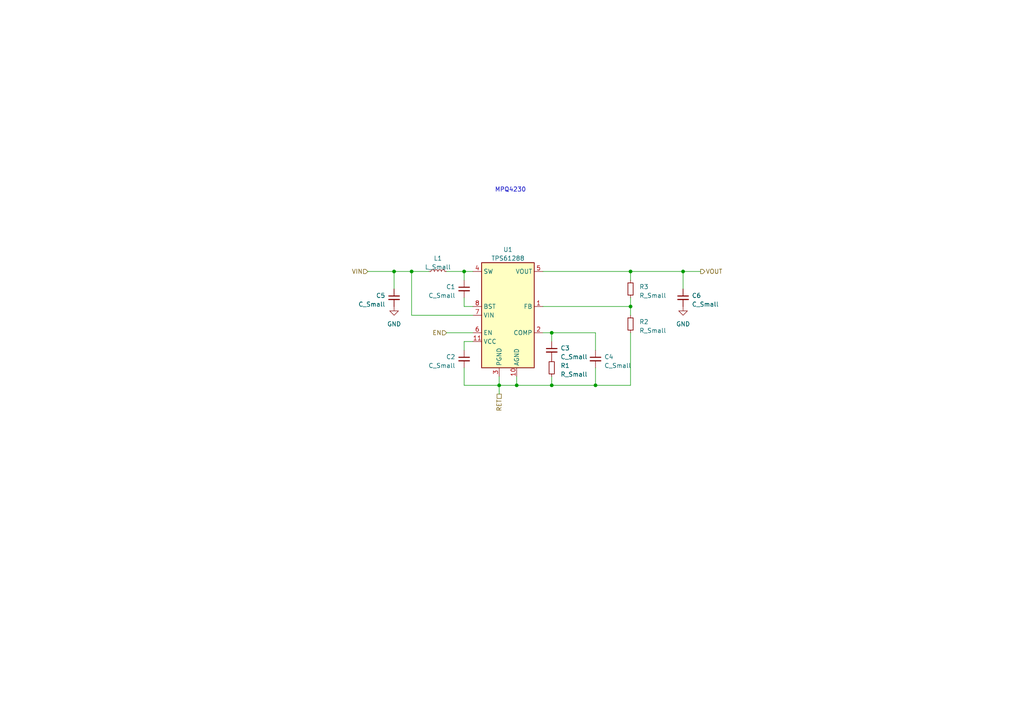
<source format=kicad_sch>
(kicad_sch (version 20230121) (generator eeschema)
  (paper "A4")
  (lib_symbols
    (symbol "Device:C_Small" (pin_numbers hide) (pin_names (offset 0.254) hide)
      (property "Reference" "C" (at 0.254 1.778 0))
      (property "Value" "C_Small" (at 0.254 -2.032 0))
      (symbol "C_Small_0_1"
        (polyline (pts (xy -1.524 -0.508) (xy 1.524 -0.508)) (stroke (width 0.3302)))
        (polyline (pts (xy -1.524 0.508) (xy 1.524 0.508)) (stroke (width 0.3048)))
      )
      (symbol "C_Small_1_1"
        (pin passive line (at 0 2.54 270) (length 2.032) (name "~") (number "1"))
        (pin passive line (at 0 -2.54 90) (length 2.032) (name "~") (number "2"))
      )
    )
    (symbol "Device:L_Small" (pin_numbers hide) (pin_names (offset 0.254) hide)
      (property "Reference" "L" (at 0.762 1.016 0))
      (property "Value" "L_Small" (at 0.762 -1.016 0))
      (symbol "L_Small_0_1"
        (arc (start 0 -2.032) (mid 0.5058 -1.524) (end 0 -1.016))
        (arc (start 0 -1.016) (mid 0.5058 -0.508) (end 0 0))
        (arc (start 0 0) (mid 0.5058 0.508) (end 0 1.016))
        (arc (start 0 1.016) (mid 0.5058 1.524) (end 0 2.032))
      )
      (symbol "L_Small_1_1"
        (pin passive line (at 0 2.54 270) (length 0.508) (name "~") (number "1"))
        (pin passive line (at 0 -2.54 90) (length 0.508) (name "~") (number "2"))
      )
    )
    (symbol "Device:R_Small" (pin_numbers hide) (pin_names (offset 0.254) hide)
      (property "Reference" "R" (at 0.762 0.508 0))
      (property "Value" "R_Small" (at 0.762 -1.016 0))
      (symbol "R_Small_0_1"
        (rectangle (start -0.762 1.778) (end 0.762 -1.778) (stroke (width 0.2032)))
      )
      (symbol "R_Small_1_1"
        (pin passive line (at 0 2.54 270) (length 0.762) (name "~") (number "1"))
        (pin passive line (at 0 -2.54 90) (length 0.762) (name "~") (number "2"))
      )
    )
    (symbol "Regulator_Switching:TPS61288"
      (property "Reference" "U" (at 0 20.32 0))
      (property "Value" "TPS61288" (at 0 17.78 0))
      (symbol "TPS61288_0_1"
        (rectangle (start -7.62 15.24) (end 7.62 -15.24) (stroke (width 0.254)) (fill (type background)))
      )
      (symbol "TPS61288_1_1"
        (pin input line (at 10.16 2.54 180) (length 2.54) (name "FB") (number "1"))
        (pin power_in line (at 2.54 -17.78 90) (length 2.54) (name "AGND") (number "10"))
        (pin power_in line (at -10.16 -7.62 0) (length 2.54) (name "VCC") (number "11"))
        (pin output line (at 10.16 -5.08 180) (length 2.54) (name "COMP") (number "2"))
        (pin power_in line (at -2.54 -17.78 90) (length 2.54) (name "PGND") (number "3"))
        (pin passive line (at -10.16 12.7 0) (length 2.54) (name "SW") (number "4"))
        (pin power_out line (at 10.16 12.7 180) (length 2.54) (name "VOUT") (number "5"))
        (pin input line (at -10.16 -5.08 0) (length 2.54) (name "EN") (number "6"))
        (pin power_in line (at -10.16 0 0) (length 2.54) (name "VIN") (number "7"))
        (pin output line (at -10.16 2.54 0) (length 2.54) (name "BST") (number "8"))
        (pin passive line (at -10.16 12.7 0) (length 2.54) hide (name "SW") (number "9"))
      )
    )
    (symbol "power:GND" (power) (pin_names (offset 0))
      (property "Value" "GND" (at 0 -3.81 0))
      (symbol "GND_0_1"
        (polyline (pts (xy 0 0) (xy 0 -1.27) (xy 1.27 -1.27) (xy 0 -2.54) (xy -1.27 -1.27) (xy 0 -1.27)))
      )
      (symbol "GND_1_1"
        (pin power_in line (at 0 0 270) (length 0) hide (name "GND") (number "1"))
      )
    )
  )
  (junction (at 119.38 78.74))
  (junction (at 182.88 88.9))
  (junction (at 198.12 78.74))
  (junction (at 172.72 111.76))
  (junction (at 114.3 78.74))
  (junction (at 160.02 111.76))
  (junction (at 182.88 78.74))
  (junction (at 149.86 111.76))
  (junction (at 160.02 96.52))
  (junction (at 144.78 111.76))
  (junction (at 134.62 78.74))
  (wire (pts (xy 182.88 78.74) (xy 198.12 78.74)))
  (wire (pts (xy 134.62 101.6) (xy 134.62 99.06)))
  (wire (pts (xy 119.38 78.74) (xy 124.46 78.74)))
  (wire (pts (xy 134.62 99.06) (xy 137.16 99.06)))
  (wire (pts (xy 160.02 111.76) (xy 172.72 111.76)))
  (wire (pts (xy 129.54 78.74) (xy 134.62 78.74)))
  (wire (pts (xy 160.02 109.22) (xy 160.02 111.76)))
  (wire (pts (xy 144.78 111.76) (xy 144.78 114.3)))
  (wire (pts (xy 114.3 78.74) (xy 119.38 78.74)))
  (wire (pts (xy 149.86 109.22) (xy 149.86 111.76)))
  (wire (pts (xy 134.62 88.9) (xy 137.16 88.9)))
  (wire (pts (xy 160.02 96.52) (xy 157.48 96.52)))
  (wire (pts (xy 172.72 101.6) (xy 172.72 96.52)))
  (wire (pts (xy 182.88 96.52) (xy 182.88 111.76)))
  (wire (pts (xy 198.12 78.74) (xy 198.12 83.82)))
  (wire (pts (xy 129.54 96.52) (xy 137.16 96.52)))
  (wire (pts (xy 157.48 78.74) (xy 182.88 78.74)))
  (wire (pts (xy 106.68 78.74) (xy 114.3 78.74)))
  (wire (pts (xy 134.62 111.76) (xy 144.78 111.76)))
  (wire (pts (xy 144.78 109.22) (xy 144.78 111.76)))
  (wire (pts (xy 172.72 96.52) (xy 160.02 96.52)))
  (wire (pts (xy 182.88 86.36) (xy 182.88 88.9)))
  (wire (pts (xy 134.62 106.68) (xy 134.62 111.76)))
  (wire (pts (xy 198.12 78.74) (xy 203.2 78.74)))
  (wire (pts (xy 157.48 88.9) (xy 182.88 88.9)))
  (wire (pts (xy 134.62 81.28) (xy 134.62 78.74)))
  (wire (pts (xy 114.3 78.74) (xy 114.3 83.82)))
  (wire (pts (xy 119.38 91.44) (xy 137.16 91.44)))
  (wire (pts (xy 160.02 96.52) (xy 160.02 99.06)))
  (wire (pts (xy 182.88 81.28) (xy 182.88 78.74)))
  (wire (pts (xy 134.62 86.36) (xy 134.62 88.9)))
  (wire (pts (xy 182.88 91.44) (xy 182.88 88.9)))
  (wire (pts (xy 149.86 111.76) (xy 160.02 111.76)))
  (wire (pts (xy 182.88 111.76) (xy 172.72 111.76)))
  (wire (pts (xy 119.38 78.74) (xy 119.38 91.44)))
  (wire (pts (xy 172.72 111.76) (xy 172.72 106.68)))
  (wire (pts (xy 134.62 78.74) (xy 137.16 78.74)))
  (wire (pts (xy 144.78 111.76) (xy 149.86 111.76)))
  (text "MPQ4230" (at 143.51 55.88 0) (effects (font (size 1.27 1.27)) (justify left bottom)))
  (hierarchical_label "RET" (shape passive) (at 144.78 114.3 270))
  (hierarchical_label "EN" (shape input) (at 129.54 96.52 180))
  (hierarchical_label "VIN" (shape input) (at 106.68 78.74 180))
  (hierarchical_label "VOUT" (shape output) (at 203.2 78.74 0))
  (symbol (lib_id "Device:C_Small") (at 172.72 104.14 0) (mirror y) (unit 1)
    (property "Reference" "C4" (at 175.26 103.5113 0) (effects (justify right)))
    (property "Value" "C_Small" (at 175.26 106.0513 0) (effects (justify right)))
    (instances (project "USB-PD_lipo" (path "" (reference "C4") (unit 1)) (path "" (reference "C5") (unit 1))))
  )
  (symbol (lib_id "Device:R_Small") (at 182.88 83.82 0) (unit 1)
    (property "Reference" "R3" (at 185.42 83.185 0) (effects (justify left)))
    (property "Value" "R_Small" (at 185.42 85.725 0) (effects (justify left)))
    (property "Footprint" "Resistor_SMD:R_0603_1608Metric" (effects hide))
    (instances (project "USB-PD_lipo" (path "" (reference "R3") (unit 1)) (path "" (reference "R2") (unit 1))))
  )
  (symbol (lib_id "Regulator_Switching:TPS61288") (at 147.32 91.44 0) (unit 1)
    (property "Reference" "U1" (at 147.32 72.39 0))
    (property "Value" "TPS61288" (at 147.32 74.93 0))
    (property "Footprint" "Package_DFN_QFN:Texas_VQFN-HR_RQQ0011A" (effects hide))
    (property "Datasheet" "https://www.ti.com/lit/ds/symlink/tps61288.pdf" (effects hide))
    (property "MPN" "TPS61288LRQQR" (effects hide))
  )
  (symbol (lib_id "Device:C_Small") (at 134.62 83.82 0) (unit 1)
    (property "Reference" "C1" (at 132.08 83.1913 0) (effects (justify right)))
    (property "Value" "C_Small" (at 132.08 85.7313 0) (effects (justify right)))
    (instances (project "USB-PD_lipo" (path "" (reference "C1") (unit 1)) (path "" (reference "C2") (unit 1))))
  )
  (symbol (lib_id "Device:L_Small") (at 127 78.74 90) (unit 1)
    (property "Reference" "L1" (at 127 74.93 90))
    (property "Value" "L_Small" (at 127 77.47 90))
  )
  (symbol (lib_id "Device:C_Small") (at 134.62 104.14 0) (unit 1)
    (property "Reference" "C2" (at 132.08 103.5113 0) (effects (justify right)))
    (property "Value" "C_Small" (at 132.08 106.0513 0) (effects (justify right)))
    (instances (project "USB-PD_lipo" (path "" (reference "C2") (unit 1)) (path "" (reference "C3") (unit 1))))
  )
  (symbol (lib_id "Device:C_Small") (at 198.12 86.36 0) (mirror y) (unit 1)
    (property "Reference" "C6" (at 200.66 85.7313 0) (effects (justify right)))
    (property "Value" "C_Small" (at 200.66 88.2713 0) (effects (justify right)))
  )
  (symbol (lib_id "Device:R_Small") (at 160.02 106.68 0) (unit 1)
    (property "Reference" "R1" (at 162.56 106.045 0) (effects (justify left)))
    (property "Value" "R_Small" (at 162.56 108.585 0) (effects (justify left)))
    (property "Footprint" "Resistor_SMD:R_0603_1608Metric" (effects hide))
  )
  (symbol (lib_id "power:GND") (at 114.3 88.9 0) (unit 1)
    (property "Reference" "#PWR09" (effects hide))
    (property "Value" "GND" (at 114.3 93.98 0))
    (instances (project "USB-PD_lipo" (path "" (reference "#PWR09") (unit 1)) (path "" (reference "#PWR06") (unit 1))))
  )
  (symbol (lib_id "Device:C_Small") (at 114.3 86.36 0) (unit 1)
    (property "Reference" "C5" (at 111.76 85.7313 0) (effects (justify right)))
    (property "Value" "C_Small" (at 111.76 88.2713 0) (effects (justify right)))
    (instances (project "USB-PD_lipo" (path "" (reference "C5") (unit 1)) (path "" (reference "C1") (unit 1))))
  )
  (symbol (lib_id "Device:C_Small") (at 160.02 101.6 0) (mirror y) (unit 1)
    (property "Reference" "C3" (at 162.56 100.9713 0) (effects (justify right)))
    (property "Value" "C_Small" (at 162.56 103.5113 0) (effects (justify right)))
    (instances (project "USB-PD_lipo" (path "" (reference "C3") (unit 1)) (path "" (reference "C4") (unit 1))))
  )
  (symbol (lib_id "Device:R_Small") (at 182.88 93.98 0) (unit 1)
    (property "Reference" "R2" (at 185.42 93.345 0) (effects (justify left)))
    (property "Value" "R_Small" (at 185.42 95.885 0) (effects (justify left)))
    (property "Footprint" "Resistor_SMD:R_0603_1608Metric" (effects hide))
    (instances (project "USB-PD_lipo" (path "" (reference "R2") (unit 1)) (path "" (reference "R3") (unit 1))))
  )
  (symbol (lib_id "power:GND") (at 198.12 88.9 0) (mirror y) (unit 1)
    (property "Reference" "#PWR010" (effects hide))
    (property "Value" "GND" (at 198.12 93.98 0))
  )
)
</source>
